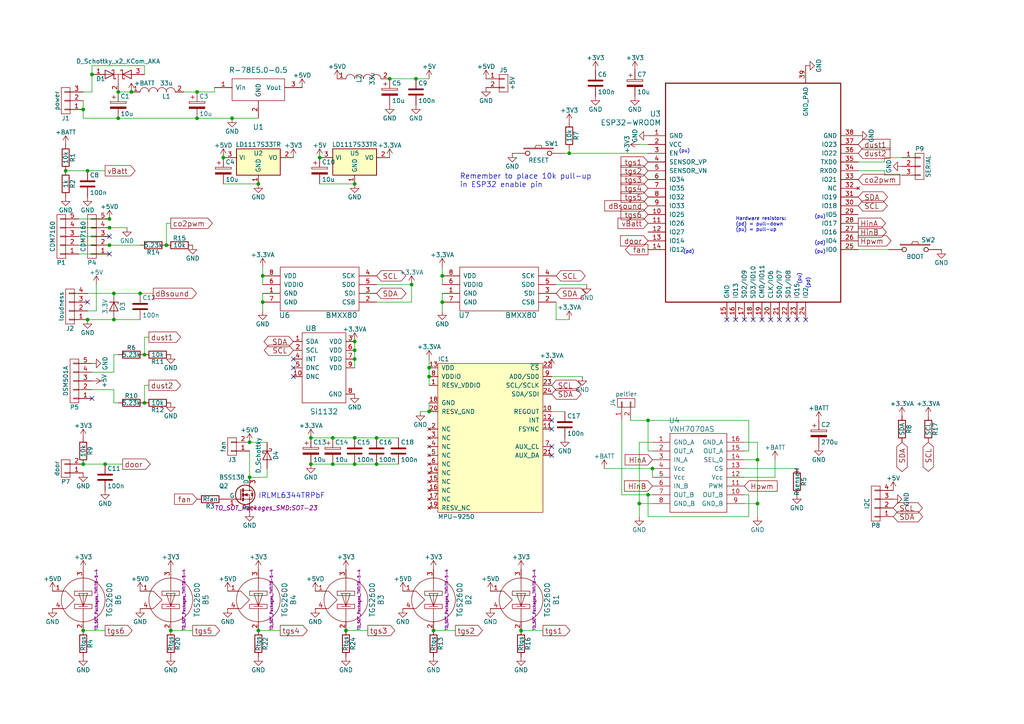
<source format=kicad_sch>
(kicad_sch (version 20230121) (generator eeschema)
  (paper "A4")
  (junction (at 165.1 44.45))
  (junction (at 219.71 133.35))
  (junction (at 124.46 119.38))
  (junction (at 72.39 128.27))
  (junction (at 76.2 80.01))
  (junction (at 185.42 146.05))
  (junction (at 92.71 45.72))
  (junction (at 119.38 82.55))
  (junction (at 49.53 182.88))
  (junction (at 26.67 21.59))
  (junction (at 41.91 102.87))
  (junction (at 48.26 71.12))
  (junction (at 90.17 134.62))
  (junction (at 34.29 26.67))
  (junction (at 25.4 92.71))
  (junction (at 33.02 85.09))
  (junction (at 19.05 49.53))
  (junction (at 189.23 135.89))
  (junction (at 31.75 63.5))
  (junction (at 120.65 22.86))
  (junction (at 38.1 26.67))
  (junction (at 125.73 182.88))
  (junction (at 100.33 182.88))
  (junction (at 128.27 80.01))
  (junction (at 40.64 85.09))
  (junction (at 33.02 92.71))
  (junction (at 74.93 53.34))
  (junction (at 57.15 34.29))
  (junction (at 64.77 45.72))
  (junction (at 24.13 134.62))
  (junction (at 25.4 49.53))
  (junction (at 90.17 127))
  (junction (at 102.87 99.06))
  (junction (at 102.87 53.34))
  (junction (at 102.87 134.62))
  (junction (at 34.29 34.29))
  (junction (at 30.48 134.62))
  (junction (at 151.13 182.88))
  (junction (at 72.39 138.43))
  (junction (at 124.46 109.22))
  (junction (at 24.13 182.88))
  (junction (at 31.75 71.12))
  (junction (at 102.87 104.14))
  (junction (at 124.46 106.68))
  (junction (at 102.87 127))
  (junction (at 96.52 127))
  (junction (at 219.71 146.05))
  (junction (at 187.96 121.92))
  (junction (at 31.75 66.04))
  (junction (at 74.93 182.88))
  (junction (at 57.15 26.67))
  (junction (at 102.87 101.6))
  (junction (at 109.22 134.62))
  (junction (at 109.22 127))
  (junction (at 187.96 143.51))
  (junction (at 24.13 31.75))
  (junction (at 67.31 34.29))
  (junction (at 128.27 87.63))
  (junction (at 41.91 116.84))
  (junction (at 113.03 22.86))
  (junction (at 96.52 134.62))
  (junction (at 76.2 87.63))
  (no_connect (at 160.02 124.46))
  (no_connect (at 226.06 92.71))
  (no_connect (at 31.75 68.58))
  (no_connect (at 228.6 92.71))
  (no_connect (at 215.9 92.71))
  (no_connect (at 85.09 104.14))
  (no_connect (at 218.44 92.71))
  (no_connect (at 210.82 92.71))
  (no_connect (at 233.68 92.71))
  (no_connect (at 160.02 129.54))
  (no_connect (at 213.36 92.71))
  (no_connect (at 85.09 106.68))
  (no_connect (at 160.02 121.92))
  (no_connect (at 220.98 92.71))
  (no_connect (at 85.09 109.22))
  (no_connect (at 223.52 92.71))
  (no_connect (at 231.14 92.71))
  (no_connect (at 31.75 73.66))
  (no_connect (at 26.67 115.57))
  (no_connect (at 160.02 132.08))
  (no_connect (at 25.4 87.63))
  (wire (pts (xy 33.02 113.03) (xy 26.67 113.03)))
  (wire (pts (xy 102.87 134.62) (xy 109.22 134.62)))
  (wire (pts (xy 256.54 49.53) (xy 248.92 49.53)))
  (wire (pts (xy 189.23 128.27) (xy 185.42 128.27)))
  (wire (pts (xy 22.86 71.12) (xy 31.75 71.12)))
  (wire (pts (xy 256.54 50.8) (xy 256.54 49.53)))
  (wire (pts (xy 109.22 134.62) (xy 115.57 134.62)))
  (wire (pts (xy 96.52 127) (xy 102.87 127)))
  (wire (pts (xy 170.18 82.55) (xy 161.29 82.55)))
  (wire (pts (xy 33.02 116.84) (xy 34.29 116.84)))
  (wire (pts (xy 26.67 26.67) (xy 24.13 26.67)))
  (wire (pts (xy 22.86 63.5) (xy 31.75 63.5)))
  (wire (pts (xy 189.23 130.81) (xy 187.96 130.81)))
  (wire (pts (xy 25.4 92.71) (xy 33.02 92.71)))
  (wire (pts (xy 76.2 87.63) (xy 76.2 90.17)))
  (wire (pts (xy 187.96 149.86) (xy 217.17 149.86)))
  (wire (pts (xy 26.67 19.05) (xy 41.91 19.05)))
  (wire (pts (xy 31.75 71.12) (xy 40.64 71.12)))
  (wire (pts (xy 76.2 85.09) (xy 76.2 87.63)))
  (wire (pts (xy 102.87 101.6) (xy 102.87 104.14)))
  (wire (pts (xy 30.48 134.62) (xy 35.56 134.62)))
  (wire (pts (xy 41.91 19.05) (xy 41.91 21.59)))
  (wire (pts (xy 215.9 138.43) (xy 224.79 138.43)))
  (wire (pts (xy 217.17 130.81) (xy 215.9 130.81)))
  (wire (pts (xy 113.03 22.86) (xy 120.65 22.86)))
  (wire (pts (xy 41.91 111.76) (xy 43.18 111.76)))
  (wire (pts (xy 26.67 19.05) (xy 26.67 21.59)))
  (wire (pts (xy 217.17 149.86) (xy 217.17 143.51)))
  (wire (pts (xy 53.34 26.67) (xy 57.15 26.67)))
  (wire (pts (xy 219.71 128.27) (xy 219.71 133.35)))
  (wire (pts (xy 41.91 116.84) (xy 41.91 111.76)))
  (wire (pts (xy 219.71 146.05) (xy 215.9 146.05)))
  (wire (pts (xy 22.86 68.58) (xy 31.75 68.58)))
  (wire (pts (xy 187.96 121.92) (xy 217.17 121.92)))
  (wire (pts (xy 165.1 43.18) (xy 165.1 44.45)))
  (wire (pts (xy 157.48 182.88) (xy 151.13 182.88)))
  (wire (pts (xy 22.86 66.04) (xy 31.75 66.04)))
  (wire (pts (xy 124.46 106.68) (xy 124.46 109.22)))
  (wire (pts (xy 180.34 143.51) (xy 187.96 143.51)))
  (wire (pts (xy 185.42 146.05) (xy 185.42 149.86)))
  (wire (pts (xy 62.23 26.67) (xy 62.23 25.4)))
  (wire (pts (xy 256.54 46.99) (xy 256.54 45.72)))
  (wire (pts (xy 175.26 135.89) (xy 189.23 135.89)))
  (wire (pts (xy 185.42 128.27) (xy 185.42 146.05)))
  (wire (pts (xy 187.96 143.51) (xy 189.23 143.51)))
  (wire (pts (xy 120.65 22.86) (xy 124.46 22.86)))
  (wire (pts (xy 22.86 73.66) (xy 31.75 73.66)))
  (wire (pts (xy 128.27 77.47) (xy 128.27 80.01)))
  (wire (pts (xy 187.96 143.51) (xy 187.96 149.86)))
  (wire (pts (xy 128.27 85.09) (xy 128.27 87.63)))
  (wire (pts (xy 33.02 107.95) (xy 33.02 102.87)))
  (wire (pts (xy 25.4 85.09) (xy 33.02 85.09)))
  (wire (pts (xy 48.26 71.12) (xy 48.26 64.77)))
  (wire (pts (xy 102.87 99.06) (xy 102.87 101.6)))
  (wire (pts (xy 34.29 26.67) (xy 38.1 26.67)))
  (wire (pts (xy 119.38 82.55) (xy 109.22 82.55)))
  (wire (pts (xy 33.02 92.71) (xy 40.64 92.71)))
  (wire (pts (xy 41.91 102.87) (xy 41.91 97.79)))
  (wire (pts (xy 217.17 121.92) (xy 217.17 130.81)))
  (wire (pts (xy 165.1 92.71) (xy 161.29 92.71)))
  (wire (pts (xy 102.87 104.14) (xy 102.87 106.68)))
  (wire (pts (xy 217.17 143.51) (xy 215.9 143.51)))
  (wire (pts (xy 40.64 85.09) (xy 44.45 85.09)))
  (wire (pts (xy 189.23 135.89) (xy 189.23 138.43)))
  (wire (pts (xy 41.91 97.79) (xy 43.18 97.79)))
  (wire (pts (xy 215.9 135.89) (xy 231.14 135.89)))
  (wire (pts (xy 19.05 49.53) (xy 25.4 49.53)))
  (wire (pts (xy 76.2 77.47) (xy 76.2 80.01)))
  (wire (pts (xy 165.1 44.45) (xy 187.96 44.45)))
  (wire (pts (xy 219.71 146.05) (xy 219.71 149.86)))
  (wire (pts (xy 90.17 134.62) (xy 96.52 134.62)))
  (wire (pts (xy 180.34 121.92) (xy 180.34 143.51)))
  (wire (pts (xy 72.39 128.27) (xy 77.47 128.27)))
  (wire (pts (xy 48.26 64.77) (xy 49.53 64.77)))
  (wire (pts (xy 109.22 87.63) (xy 119.38 87.63)))
  (wire (pts (xy 109.22 127) (xy 115.57 127)))
  (wire (pts (xy 187.96 130.81) (xy 187.96 121.92)))
  (wire (pts (xy 24.13 134.62) (xy 30.48 134.62)))
  (wire (pts (xy 256.54 45.72) (xy 261.62 45.72)))
  (wire (pts (xy 119.38 87.63) (xy 119.38 82.55)))
  (wire (pts (xy 163.83 44.45) (xy 165.1 44.45)))
  (wire (pts (xy 189.23 146.05) (xy 185.42 146.05)))
  (wire (pts (xy 64.77 53.34) (xy 74.93 53.34)))
  (wire (pts (xy 33.02 113.03) (xy 33.02 116.84)))
  (wire (pts (xy 77.47 138.43) (xy 77.47 135.89)))
  (wire (pts (xy 96.52 134.62) (xy 102.87 134.62)))
  (wire (pts (xy 128.27 80.01) (xy 128.27 82.55)))
  (wire (pts (xy 34.29 34.29) (xy 57.15 34.29)))
  (wire (pts (xy 215.9 128.27) (xy 219.71 128.27)))
  (wire (pts (xy 26.67 21.59) (xy 26.67 26.67)))
  (wire (pts (xy 261.62 50.8) (xy 256.54 50.8)))
  (wire (pts (xy 124.46 104.14) (xy 124.46 106.68)))
  (wire (pts (xy 102.87 127) (xy 109.22 127)))
  (wire (pts (xy 57.15 26.67) (xy 62.23 26.67)))
  (wire (pts (xy 57.15 34.29) (xy 67.31 34.29)))
  (wire (pts (xy 124.46 119.38) (xy 124.46 116.84)))
  (wire (pts (xy 31.75 66.04) (xy 36.83 66.04)))
  (wire (pts (xy 24.13 34.29) (xy 34.29 34.29)))
  (wire (pts (xy 224.79 138.43) (xy 224.79 133.35)))
  (wire (pts (xy 219.71 133.35) (xy 219.71 146.05)))
  (wire (pts (xy 72.39 138.43) (xy 77.47 138.43)))
  (wire (pts (xy 26.67 107.95) (xy 33.02 107.95)))
  (wire (pts (xy 163.83 119.38) (xy 160.02 119.38)))
  (wire (pts (xy 33.02 102.87) (xy 34.29 102.87)))
  (wire (pts (xy 55.88 182.88) (xy 49.53 182.88)))
  (wire (pts (xy 81.28 182.88) (xy 74.93 182.88)))
  (wire (pts (xy 76.2 80.01) (xy 76.2 82.55)))
  (wire (pts (xy 132.08 182.88) (xy 125.73 182.88)))
  (wire (pts (xy 25.4 49.53) (xy 30.48 49.53)))
  (wire (pts (xy 24.13 31.75) (xy 24.13 34.29)))
  (wire (pts (xy 185.42 41.91) (xy 187.96 41.91)))
  (wire (pts (xy 121.92 119.38) (xy 124.46 119.38)))
  (wire (pts (xy 92.71 53.34) (xy 102.87 53.34)))
  (wire (pts (xy 72.39 138.43) (xy 72.39 130.81)))
  (wire (pts (xy 248.92 72.39) (xy 257.81 72.39)))
  (wire (pts (xy 128.27 87.63) (xy 128.27 90.17)))
  (wire (pts (xy 25.4 90.17) (xy 27.94 90.17)))
  (wire (pts (xy 106.68 182.88) (xy 100.33 182.88)))
  (wire (pts (xy 168.91 109.22) (xy 160.02 109.22)))
  (wire (pts (xy 124.46 109.22) (xy 124.46 111.76)))
  (wire (pts (xy 182.88 121.92) (xy 187.96 121.92)))
  (wire (pts (xy 161.29 92.71) (xy 161.29 87.63)))
  (wire (pts (xy 33.02 85.09) (xy 40.64 85.09)))
  (wire (pts (xy 248.92 46.99) (xy 256.54 46.99)))
  (wire (pts (xy 30.48 182.88) (xy 24.13 182.88)))
  (wire (pts (xy 215.9 133.35) (xy 219.71 133.35)))
  (wire (pts (xy 90.17 127) (xy 96.52 127)))
  (wire (pts (xy 27.94 90.17) (xy 27.94 82.55)))
  (wire (pts (xy 67.31 34.29) (xy 74.93 34.29)))
  (wire (pts (xy 24.13 29.21) (xy 24.13 31.75)))
  (text "(pd)" (at 234.95 83.82 90) (effects (font (size 0.9906 0.9906)) (justify left bottom)))
  (text "Hardware resistors:\n(pd) = pull-down\n(pu) = pull-up" (at 213.36 67.31 0) (effects (font (size 0.9906 0.9906)) (justify left bottom)))
  (text "(pd)" (at 236.22 71.12 0) (effects (font (size 0.9906 0.9906)) (justify left bottom)))
  (text "(pu)" (at 236.22 63.5 0) (effects (font (size 0.9906 0.9906)) (justify left bottom)))
  (text "(pu)" (at 236.22 73.66 0) (effects (font (size 0.9906 0.9906)) (justify left bottom)))
  (text "(pu)" (at 196.85 44.45 0) (effects (font (size 0.9906 0.9906)) (justify left bottom)))
  (text "(pu)" (at 232.41 82.55 90) (effects (font (size 0.9906 0.9906)) (justify left bottom)))
  (text "IRLML6344TRPbF" (at 74.93 144.78 0) (effects (font (size 1.524 1.524)) (justify left bottom)))
  (text "(pd)" (at 198.12 73.66 0) (effects (font (size 0.9906 0.9906)) (justify left bottom)))
  (text "Remember to place 10k pull-up\nin ESP32 enable pin" (at 133.35 54.61 0) (effects (font (size 1.524 1.524)) (justify left bottom)))
  (global_label "HinA" (shape output) (at 248.92 64.77 0) (effects (font (size 1.524 1.524))) (property "Intersheetrefs" "${INTERSHEET_REFS}" (effects hide)))
  (global_label "tgs3" (shape output) (at 106.68 182.88 0) (effects (font (size 1.524 1.524))) (property "Intersheetrefs" "${INTERSHEET_REFS}" (effects hide)))
  (global_label "tgs1" (shape input) (at 187.96 46.99 180) (effects (font (size 1.524 1.524))) (property "Intersheetrefs" "${INTERSHEET_REFS}" (effects hide)))
  (global_label "HinB" (shape input) (at 189.23 140.97 180) (effects (font (size 1.524 1.524))) (property "Intersheetrefs" "${INTERSHEET_REFS}" (effects hide)))
  (global_label "vBatt" (shape input) (at 187.96 64.77 180) (effects (font (size 1.524 1.524))) (property "Intersheetrefs" "${INTERSHEET_REFS}" (effects hide)))
  (global_label "co2pwm" (shape input) (at 248.92 52.07 0) (effects (font (size 1.524 1.524))) (property "Intersheetrefs" "${INTERSHEET_REFS}" (effects hide)))
  (global_label "SDA" (shape bidirectional) (at 160.02 114.3 0) (effects (font (size 1.524 1.524))) (property "Intersheetrefs" "${INTERSHEET_REFS}" (effects hide)))
  (global_label "tgs2" (shape input) (at 187.96 49.53 180) (effects (font (size 1.524 1.524))) (property "Intersheetrefs" "${INTERSHEET_REFS}" (effects hide)))
  (global_label "HinB" (shape output) (at 248.92 67.31 0) (effects (font (size 1.524 1.524))) (property "Intersheetrefs" "${INTERSHEET_REFS}" (effects hide)))
  (global_label "SCL" (shape bidirectional) (at 269.24 128.27 270) (effects (font (size 1.524 1.524))) (property "Intersheetrefs" "${INTERSHEET_REFS}" (effects hide)))
  (global_label "SDA" (shape bidirectional) (at 161.29 85.09 0) (effects (font (size 1.524 1.524))) (property "Intersheetrefs" "${INTERSHEET_REFS}" (effects hide)))
  (global_label "dust2" (shape output) (at 43.18 111.76 0) (effects (font (size 1.524 1.524))) (property "Intersheetrefs" "${INTERSHEET_REFS}" (effects hide)))
  (global_label "door" (shape input) (at 187.96 69.85 180) (effects (font (size 1.524 1.524))) (property "Intersheetrefs" "${INTERSHEET_REFS}" (effects hide)))
  (global_label "SCL" (shape bidirectional) (at 109.22 80.01 0) (effects (font (size 1.524 1.524))) (property "Intersheetrefs" "${INTERSHEET_REFS}" (effects hide)))
  (global_label "SCL" (shape bidirectional) (at 248.92 59.69 0) (effects (font (size 1.524 1.524))) (property "Intersheetrefs" "${INTERSHEET_REFS}" (effects hide)))
  (global_label "dBsound" (shape output) (at 44.45 85.09 0) (effects (font (size 1.524 1.524))) (property "Intersheetrefs" "${INTERSHEET_REFS}" (effects hide)))
  (global_label "dust2" (shape input) (at 248.92 44.45 0) (effects (font (size 1.524 1.524))) (property "Intersheetrefs" "${INTERSHEET_REFS}" (effects hide)))
  (global_label "SDA" (shape bidirectional) (at 248.92 57.15 0) (effects (font (size 1.524 1.524))) (property "Intersheetrefs" "${INTERSHEET_REFS}" (effects hide)))
  (global_label "tgs6" (shape output) (at 30.48 182.88 0) (effects (font (size 1.524 1.524))) (property "Intersheetrefs" "${INTERSHEET_REFS}" (effects hide)))
  (global_label "tgs5" (shape input) (at 187.96 57.15 180) (effects (font (size 1.524 1.524))) (property "Intersheetrefs" "${INTERSHEET_REFS}" (effects hide)))
  (global_label "SDA" (shape bidirectional) (at 259.08 149.86 0) (effects (font (size 1.524 1.524))) (property "Intersheetrefs" "${INTERSHEET_REFS}" (effects hide)))
  (global_label "SDA" (shape bidirectional) (at 109.22 85.09 0) (effects (font (size 1.524 1.524))) (property "Intersheetrefs" "${INTERSHEET_REFS}" (effects hide)))
  (global_label "tgs5" (shape output) (at 55.88 182.88 0) (effects (font (size 1.524 1.524))) (property "Intersheetrefs" "${INTERSHEET_REFS}" (effects hide)))
  (global_label "tgs4" (shape input) (at 187.96 54.61 180) (effects (font (size 1.524 1.524))) (property "Intersheetrefs" "${INTERSHEET_REFS}" (effects hide)))
  (global_label "tgs2" (shape output) (at 132.08 182.88 0) (effects (font (size 1.524 1.524))) (property "Intersheetrefs" "${INTERSHEET_REFS}" (effects hide)))
  (global_label "tgs4" (shape output) (at 81.28 182.88 0) (effects (font (size 1.524 1.524))) (property "Intersheetrefs" "${INTERSHEET_REFS}" (effects hide)))
  (global_label "dBsound" (shape input) (at 187.96 59.69 180) (effects (font (size 1.524 1.524))) (property "Intersheetrefs" "${INTERSHEET_REFS}" (effects hide)))
  (global_label "dust1" (shape input) (at 248.92 41.91 0) (effects (font (size 1.524 1.524))) (property "Intersheetrefs" "${INTERSHEET_REFS}" (effects hide)))
  (global_label "dust1" (shape output) (at 43.18 97.79 0) (effects (font (size 1.524 1.524))) (property "Intersheetrefs" "${INTERSHEET_REFS}" (effects hide)))
  (global_label "door" (shape output) (at 35.56 134.62 0) (effects (font (size 1.524 1.524))) (property "Intersheetrefs" "${INTERSHEET_REFS}" (effects hide)))
  (global_label "tgs6" (shape input) (at 187.96 62.23 180) (effects (font (size 1.524 1.524))) (property "Intersheetrefs" "${INTERSHEET_REFS}" (effects hide)))
  (global_label "fan" (shape output) (at 187.96 72.39 180) (effects (font (size 1.524 1.524))) (property "Intersheetrefs" "${INTERSHEET_REFS}" (effects hide)))
  (global_label "SCL" (shape bidirectional) (at 85.09 101.6 180) (effects (font (size 1.524 1.524))) (property "Intersheetrefs" "${INTERSHEET_REFS}" (effects hide)))
  (global_label "co2pwm" (shape output) (at 49.53 64.77 0) (effects (font (size 1.524 1.524))) (property "Intersheetrefs" "${INTERSHEET_REFS}" (effects hide)))
  (global_label "vBatt" (shape output) (at 30.48 49.53 0) (effects (font (size 1.524 1.524))) (property "Intersheetrefs" "${INTERSHEET_REFS}" (effects hide)))
  (global_label "Hpwm" (shape output) (at 248.92 69.85 0) (effects (font (size 1.524 1.524))) (property "Intersheetrefs" "${INTERSHEET_REFS}" (effects hide)))
  (global_label "fan" (shape input) (at 57.15 144.78 180) (effects (font (size 1.524 1.524))) (property "Intersheetrefs" "${INTERSHEET_REFS}" (effects hide)))
  (global_label "HinA" (shape input) (at 189.23 133.35 180) (effects (font (size 1.524 1.524))) (property "Intersheetrefs" "${INTERSHEET_REFS}" (effects hide)))
  (global_label "SDA" (shape bidirectional) (at 261.62 128.27 270) (effects (font (size 1.524 1.524))) (property "Intersheetrefs" "${INTERSHEET_REFS}" (effects hide)))
  (global_label "SCL" (shape bidirectional) (at 161.29 80.01 0) (effects (font (size 1.524 1.524))) (property "Intersheetrefs" "${INTERSHEET_REFS}" (effects hide)))
  (global_label "SCL" (shape bidirectional) (at 259.08 147.32 0) (effects (font (size 1.524 1.524))) (property "Intersheetrefs" "${INTERSHEET_REFS}" (effects hide)))
  (global_label "SCL" (shape bidirectional) (at 160.02 111.76 0) (effects (font (size 1.524 1.524))) (property "Intersheetrefs" "${INTERSHEET_REFS}" (effects hide)))
  (global_label "tgs3" (shape input) (at 187.96 52.07 180) (effects (font (size 1.524 1.524))) (property "Intersheetrefs" "${INTERSHEET_REFS}" (effects hide)))
  (global_label "Hpwm" (shape input) (at 215.9 140.97 0) (effects (font (size 1.524 1.524))) (property "Intersheetrefs" "${INTERSHEET_REFS}" (effects hide)))
  (global_label "SDA" (shape bidirectional) (at 85.09 99.06 180) (effects (font (size 1.524 1.524))) (property "Intersheetrefs" "${INTERSHEET_REFS}" (effects hide)))
  (global_label "tgs1" (shape output) (at 157.48 182.88 0) (effects (font (size 1.524 1.524))) (property "Intersheetrefs" "${INTERSHEET_REFS}" (effects hide)))
  (symbol (lib_id "uamsense-rescue:LD1117S33TR") (at 74.93 46.99 0) (unit 1)
    (property "Reference" "U2" (at 74.93 44.45 0))
    (property "Value" "LD1117S33TR" (at 74.93 41.91 0))
    (property "Footprint" "TO_SOT_Packages_SMD:SOT-223" (effects hide))
  )
  (symbol (lib_id "uamsense-rescue:ESP32-WROOM") (at 187.96 39.37 0) (unit 1)
    (property "Reference" "U3" (at 191.77 33.02 0) (effects (font (size 1.524 1.524)) (justify right)))
    (property "Value" "ESP32-WROOM" (at 191.77 35.56 0) (effects (font (size 1.524 1.524)) (justify right)))
    (property "Footprint" "esp32:ESP32-WROOM" (effects hide))
  )
  (symbol (lib_id "uamsense-rescue:TGS2600") (at 24.13 173.99 270) (unit 1)
    (property "Reference" "B6" (at 34.29 173.99 0) (effects (font (size 1.524 1.524))))
    (property "Value" "TGS2600" (at 31.75 173.99 0) (effects (font (size 1.524 1.524))))
    (property "Footprint" "TO_SOT_Packages_THT:TO-5-4" (at 27.94 165.1 0) (effects (font (size 0.762 0.762)) (justify left)))
  )
  (symbol (lib_id "uamsense-rescue:CONN_01X04") (at 254 146.05 180) (unit 1)
    (property "Reference" "P8" (at 254 152.4 0))
    (property "Value" "I2C" (at 251.46 146.05 90))
    (property "Footprint" "Pin_Headers:Pin_Header_Straight_1x04_Pitch2.54mm" (effects hide))
  )
  (symbol (lib_id "uamsense-rescue:CONN_01X05") (at 26.67 68.58 180) (unit 1)
    (property "Reference" "P4" (at 26.67 76.2 0))
    (property "Value" "CDM7160" (at 24.13 68.58 90))
    (property "Footprint" "Socket_Strips:Socket_Strip_Straight_1x05_Pitch2.54mm" (effects hide))
  )
  (symbol (lib_id "uamsense-rescue:CONN_01X02") (at 19.05 135.89 180) (unit 1)
    (property "Reference" "P7" (at 19.05 139.7 0))
    (property "Value" "door" (at 16.51 135.89 90))
    (property "Footprint" "Connectors:bornier2" (effects hide))
  )
  (symbol (lib_id "uamsense-rescue:+5V") (at 27.94 82.55 0) (unit 1)
    (property "Reference" "#PWR01" (effects hide))
    (property "Value" "+5V" (at 27.94 78.994 0))
  )
  (symbol (lib_id "uamsense-rescue:GND") (at 25.4 92.71 0) (unit 1)
    (property "Reference" "#PWR02" (effects hide))
    (property "Value" "GND" (at 25.4 96.52 0))
  )
  (symbol (lib_id "uamsense-rescue:CONN_01X05") (at 21.59 110.49 180) (unit 1)
    (property "Reference" "P5" (at 21.59 118.11 0))
    (property "Value" "DSM501A" (at 19.05 110.49 90))
    (property "Footprint" "Connectors_JST:JST_PH_B5B-PH-K_05x2.00mm_Straight" (effects hide))
  )
  (symbol (lib_id "uamsense-rescue:CP") (at 34.29 30.48 0) (unit 1)
    (property "Reference" "C1" (at 34.925 27.94 0) (effects (justify left)))
    (property "Value" "10u" (at 34.925 33.02 0) (effects (justify left)))
    (property "Footprint" "Capacitors_SMD:C_1206" (effects hide))
  )
  (symbol (lib_id "uamsense-rescue:CP") (at 57.15 30.48 0) (unit 1)
    (property "Reference" "C3" (at 57.785 27.94 0) (effects (justify left)))
    (property "Value" "10u" (at 57.785 33.02 0) (effects (justify left)))
    (property "Footprint" "Capacitors_SMD:C_1206" (effects hide))
  )
  (symbol (lib_id "uamsense-rescue:INDUCTOR") (at 45.72 26.67 0) (unit 1)
    (property "Reference" "L1" (at 48.26 27.94 0))
    (property "Value" "33u" (at 48.26 24.13 0))
    (property "Footprint" "Inductors_NEOSID:Neosid_Inductor_SM-NE29_SMD1008" (effects hide))
  )
  (symbol (lib_id "uamsense-rescue:GND") (at 67.31 34.29 0) (unit 1)
    (property "Reference" "#PWR03" (effects hide))
    (property "Value" "GND" (at 67.31 38.1 0))
  )
  (symbol (lib_id "uamsense-rescue:CP") (at 64.77 49.53 0) (unit 1)
    (property "Reference" "C4" (at 65.405 46.99 0) (effects (justify left)))
    (property "Value" "10u" (at 65.405 52.07 0) (effects (justify left)))
    (property "Footprint" "Capacitors_SMD:C_1206" (effects hide))
  )
  (symbol (lib_id "uamsense-rescue:CP") (at 184.15 24.13 0) (unit 1)
    (property "Reference" "C7" (at 184.785 21.59 0) (effects (justify left)))
    (property "Value" "10u" (at 184.785 26.67 0) (effects (justify left)))
    (property "Footprint" "Capacitors_SMD:C_1206" (effects hide))
  )
  (symbol (lib_id "uamsense-rescue:+3.3V") (at 184.15 20.32 0) (unit 1)
    (property "Reference" "#PWR04" (effects hide))
    (property "Value" "+3.3V" (at 184.15 16.764 0))
  )
  (symbol (lib_id "uamsense-rescue:GND") (at 184.15 27.94 0) (unit 1)
    (property "Reference" "#PWR05" (effects hide))
    (property "Value" "GND" (at 184.15 31.75 0))
  )
  (symbol (lib_id "uamsense-rescue:GND") (at 187.96 39.37 270) (unit 1)
    (property "Reference" "#PWR06" (effects hide))
    (property "Value" "GND" (at 184.15 39.37 0))
  )
  (symbol (lib_id "uamsense-rescue:+3.3V") (at 185.42 41.91 90) (unit 1)
    (property "Reference" "#PWR07" (effects hide))
    (property "Value" "+3.3V" (at 181.864 41.91 0))
  )
  (symbol (lib_id "uamsense-rescue:GND") (at 74.93 53.34 0) (unit 1)
    (property "Reference" "#PWR08" (effects hide))
    (property "Value" "GND" (at 74.93 57.15 0))
  )
  (symbol (lib_id "uamsense-rescue:+3.3V") (at 85.09 45.72 0) (unit 1)
    (property "Reference" "#PWR09" (effects hide))
    (property "Value" "+3.3V" (at 85.09 42.164 0))
  )
  (symbol (lib_id "uamsense-rescue:R") (at 24.13 186.69 0) (unit 1)
    (property "Reference" "R4" (at 26.162 186.69 90))
    (property "Value" "Rtgs" (at 24.13 186.69 90))
    (property "Footprint" "Resistors_SMD:R_0805" (effects hide))
  )
  (symbol (lib_id "uamsense-rescue:GND") (at 24.13 190.5 0) (unit 1)
    (property "Reference" "#PWR010" (effects hide))
    (property "Value" "GND" (at 24.13 194.31 0))
  )
  (symbol (lib_id "uamsense-rescue:GND") (at 15.24 176.53 0) (unit 1)
    (property "Reference" "#PWR011" (effects hide))
    (property "Value" "GND" (at 15.24 180.34 0))
  )
  (symbol (lib_id "uamsense-rescue:BSS138-RESCUE-uamsense") (at 69.85 143.51 0) (unit 1)
    (property "Reference" "Q2" (at 63.5 140.97 0) (effects (justify left)))
    (property "Value" "BSS138" (at 63.5 138.43 0) (effects (justify left)))
    (property "Footprint" "TO_SOT_Packages_SMD:SOT-23" (at 62.23 147.32 0) (effects (font italic) (justify left)))
  )
  (symbol (lib_id "uamsense-rescue:GND") (at 26.67 105.41 90) (unit 1)
    (property "Reference" "#PWR012" (effects hide))
    (property "Value" "GND" (at 30.48 105.41 0))
  )
  (symbol (lib_id "uamsense-rescue:GND") (at 36.83 66.04 0) (unit 1)
    (property "Reference" "#PWR065" (effects hide))
    (property "Value" "GND" (at 36.83 69.85 0))
  )
  (symbol (lib_id "uamsense-rescue:R") (at 24.13 130.81 0) (unit 1)
    (property "Reference" "R9" (at 26.162 130.81 90))
    (property "Value" "10k" (at 24.13 130.81 90))
    (property "Footprint" "Resistors_SMD:R_0805" (effects hide))
  )
  (symbol (lib_id "uamsense-rescue:+3.3V") (at 24.13 127 0) (unit 1)
    (property "Reference" "#PWR013" (effects hide))
    (property "Value" "+3.3V" (at 24.13 123.444 0))
  )
  (symbol (lib_id "uamsense-rescue:GND") (at 24.13 137.16 0) (unit 1)
    (property "Reference" "#PWR014" (effects hide))
    (property "Value" "GND" (at 24.13 140.97 0))
  )
  (symbol (lib_id "uamsense-rescue:+3.3V") (at 24.13 165.1 0) (unit 1)
    (property "Reference" "#PWR015" (effects hide))
    (property "Value" "+3.3V" (at 24.13 161.544 0))
  )
  (symbol (lib_id "uamsense-rescue:R-78E5.0-0.5") (at 74.93 25.4 0) (unit 1)
    (property "Reference" "U1" (at 74.93 36.83 0) (effects (font (size 1.524 1.524))))
    (property "Value" "R-78E5.0-0.5" (at 74.93 20.32 0) (effects (font (size 1.524 1.524))))
    (property "Footprint" "mplewis:R-78E5.0-0.5" (effects hide))
  )
  (symbol (lib_id "uamsense-rescue:CONN_01X03") (at 266.7 48.26 0) (unit 1)
    (property "Reference" "P9" (at 266.7 43.18 0))
    (property "Value" "SERIAL" (at 269.24 48.26 90))
    (property "Footprint" "Pin_Headers:Pin_Header_Straight_1x03_Pitch2.54mm" (effects hide))
  )
  (symbol (lib_id "uamsense-rescue:GND") (at 261.62 48.26 270) (unit 1)
    (property "Reference" "#PWR016" (effects hide))
    (property "Value" "GND" (at 257.81 48.26 0))
  )
  (symbol (lib_id "uamsense-rescue:GND") (at 248.92 39.37 90) (unit 1)
    (property "Reference" "#PWR017" (effects hide))
    (property "Value" "GND" (at 252.73 39.37 0))
  )
  (symbol (lib_id "uamsense-rescue:GND") (at 259.08 144.78 90) (unit 1)
    (property "Reference" "#PWR018" (effects hide))
    (property "Value" "GND" (at 262.89 144.78 0))
  )
  (symbol (lib_id "uamsense-rescue:SW_PUSH") (at 265.43 72.39 0) (unit 1)
    (property "Reference" "SW2" (at 269.24 69.596 0))
    (property "Value" "BOOT" (at 265.43 74.422 0))
    (property "Footprint" "smd_button:smd_button" (effects hide))
  )
  (symbol (lib_id "uamsense-rescue:GND") (at 273.05 72.39 0) (unit 1)
    (property "Reference" "#PWR019" (effects hide))
    (property "Value" "GND" (at 273.05 76.2 0))
  )
  (symbol (lib_id "uamsense-rescue:GND") (at 233.68 19.05 90) (unit 1)
    (property "Reference" "#PWR020" (effects hide))
    (property "Value" "GND" (at 237.49 19.05 0))
  )
  (symbol (lib_id "uamsense-rescue:CP") (at 113.03 26.67 0) (unit 1)
    (property "Reference" "C5" (at 113.665 24.13 0) (effects (justify left)))
    (property "Value" "10u" (at 113.665 29.21 0) (effects (justify left)))
    (property "Footprint" "Capacitors_SMD:C_1206" (effects hide))
  )
  (symbol (lib_id "uamsense-rescue:GND") (at 113.03 30.48 0) (unit 1)
    (property "Reference" "#PWR021" (effects hide))
    (property "Value" "GND" (at 113.03 34.29 0))
  )
  (symbol (lib_id "uamsense-rescue:+BATT") (at 38.1 26.67 0) (unit 1)
    (property "Reference" "#PWR022" (effects hide))
    (property "Value" "+BATT" (at 41.91 24.13 0))
  )
  (symbol (lib_id "uamsense-rescue:+BATT") (at 19.05 41.91 0) (unit 1)
    (property "Reference" "#PWR023" (effects hide))
    (property "Value" "+BATT" (at 19.05 38.354 0))
  )
  (symbol (lib_id "uamsense-rescue:R") (at 19.05 45.72 0) (unit 1)
    (property "Reference" "R1" (at 21.082 45.72 90))
    (property "Value" "10k" (at 19.05 45.72 90))
    (property "Footprint" "Resistors_SMD:R_0805" (effects hide))
  )
  (symbol (lib_id "uamsense-rescue:R") (at 19.05 53.34 0) (unit 1)
    (property "Reference" "R2" (at 21.082 53.34 90))
    (property "Value" "1k" (at 19.05 53.34 90))
    (property "Footprint" "Resistors_SMD:R_0805" (effects hide))
  )
  (symbol (lib_id "uamsense-rescue:GND") (at 19.05 57.15 0) (unit 1)
    (property "Reference" "#PWR024" (effects hide))
    (property "Value" "GND" (at 19.05 60.96 0))
  )
  (symbol (lib_id "uamsense-rescue:C") (at 172.72 24.13 0) (unit 1)
    (property "Reference" "C6" (at 173.355 21.59 0) (effects (justify left)))
    (property "Value" "100n" (at 173.355 26.67 0) (effects (justify left)))
    (property "Footprint" "Capacitors_SMD:C_0805" (effects hide))
  )
  (symbol (lib_id "uamsense-rescue:GND") (at 172.72 27.94 0) (unit 1)
    (property "Reference" "#PWR025" (effects hide))
    (property "Value" "GND" (at 172.72 31.75 0))
  )
  (symbol (lib_id "uamsense-rescue:+3.3V") (at 172.72 20.32 0) (unit 1)
    (property "Reference" "#PWR026" (effects hide))
    (property "Value" "+3.3V" (at 172.72 16.764 0))
  )
  (symbol (lib_id "uamsense-rescue:TGS2600") (at 49.53 173.99 270) (unit 1)
    (property "Reference" "B5" (at 59.69 173.99 0) (effects (font (size 1.524 1.524))))
    (property "Value" "TGS2600" (at 57.15 173.99 0) (effects (font (size 1.524 1.524))))
    (property "Footprint" "TO_SOT_Packages_THT:TO-5-4" (at 53.34 165.1 0) (effects (font (size 0.762 0.762)) (justify left)))
  )
  (symbol (lib_id "uamsense-rescue:R") (at 49.53 186.69 0) (unit 1)
    (property "Reference" "R20" (at 51.562 186.69 90))
    (property "Value" "Rtgs" (at 49.53 186.69 90))
    (property "Footprint" "Resistors_SMD:R_0805" (effects hide))
  )
  (symbol (lib_id "uamsense-rescue:GND") (at 49.53 190.5 0) (unit 1)
    (property "Reference" "#PWR029" (effects hide))
    (property "Value" "GND" (at 49.53 194.31 0))
  )
  (symbol (lib_id "uamsense-rescue:GND") (at 40.64 176.53 0) (unit 1)
    (property "Reference" "#PWR030" (effects hide))
    (property "Value" "GND" (at 40.64 180.34 0))
  )
  (symbol (lib_id "uamsense-rescue:+3.3V") (at 49.53 165.1 0) (unit 1)
    (property "Reference" "#PWR031" (effects hide))
    (property "Value" "+3.3V" (at 49.53 161.544 0))
  )
  (symbol (lib_id "uamsense-rescue:SW_PUSH") (at 156.21 44.45 0) (unit 1)
    (property "Reference" "SW1" (at 160.02 41.656 0))
    (property "Value" "RESET" (at 156.21 46.482 0))
    (property "Footprint" "smd_button:smd_button" (effects hide))
  )
  (symbol (lib_id "uamsense-rescue:TGS2600") (at 74.93 173.99 270) (unit 1)
    (property "Reference" "B4" (at 85.09 173.99 0) (effects (font (size 1.524 1.524))))
    (property "Value" "TGS2600" (at 82.55 173.99 0) (effects (font (size 1.524 1.524))))
    (property "Footprint" "TO_SOT_Packages_THT:TO-5-4" (at 78.74 165.1 0) (effects (font (size 0.762 0.762)) (justify left)))
  )
  (symbol (lib_id "uamsense-rescue:R") (at 74.93 186.69 0) (unit 1)
    (property "Reference" "R22" (at 76.962 186.69 90))
    (property "Value" "Rtgs" (at 74.93 186.69 90))
    (property "Footprint" "Resistors_SMD:R_0805" (effects hide))
  )
  (symbol (lib_id "uamsense-rescue:GND") (at 74.93 190.5 0) (unit 1)
    (property "Reference" "#PWR032" (effects hide))
    (property "Value" "GND" (at 74.93 194.31 0))
  )
  (symbol (lib_id "uamsense-rescue:GND") (at 66.04 176.53 0) (unit 1)
    (property "Reference" "#PWR033" (effects hide))
    (property "Value" "GND" (at 66.04 180.34 0))
  )
  (symbol (lib_id "uamsense-rescue:+3.3V") (at 74.93 165.1 0) (unit 1)
    (property "Reference" "#PWR034" (effects hide))
    (property "Value" "+3.3V" (at 74.93 161.544 0))
  )
  (symbol (lib_id "uamsense-rescue:TGS2600") (at 100.33 173.99 270) (unit 1)
    (property "Reference" "B3" (at 110.49 173.99 0) (effects (font (size 1.524 1.524))))
    (property "Value" "TGS2600" (at 107.95 173.99 0) (effects (font (size 1.524 1.524))))
    (property "Footprint" "TO_SOT_Packages_THT:TO-5-4" (at 104.14 165.1 0) (effects (font (size 0.762 0.762)) (justify left)))
  )
  (symbol (lib_id "uamsense-rescue:R") (at 100.33 186.69 0) (unit 1)
    (property "Reference" "R24" (at 102.362 186.69 90))
    (property "Value" "Rtgs" (at 100.33 186.69 90))
    (property "Footprint" "Resistors_SMD:R_0805" (effects hide))
  )
  (symbol (lib_id "uamsense-rescue:GND") (at 100.33 190.5 0) (unit 1)
    (property "Reference" "#PWR035" (effects hide))
    (property "Value" "GND" (at 100.33 194.31 0))
  )
  (symbol (lib_id "uamsense-rescue:GND") (at 91.44 176.53 0) (unit 1)
    (property "Reference" "#PWR036" (effects hide))
    (property "Value" "GND" (at 91.44 180.34 0))
  )
  (symbol (lib_id "uamsense-rescue:+3.3V") (at 100.33 165.1 0) (unit 1)
    (property "Reference" "#PWR037" (effects hide))
    (property "Value" "+3.3V" (at 100.33 161.544 0))
  )
  (symbol (lib_id "uamsense-rescue:GND") (at 148.59 44.45 0) (unit 1)
    (property "Reference" "#PWR027" (effects hide))
    (property "Value" "GND" (at 148.59 48.26 0))
  )
  (symbol (lib_id "uamsense-rescue:R") (at 44.45 71.12 270) (unit 1)
    (property "Reference" "R14" (at 44.45 73.152 90))
    (property "Value" "5.23k" (at 44.45 71.12 90))
    (property "Footprint" "Resistors_SMD:R_0805" (effects hide))
  )
  (symbol (lib_id "uamsense-rescue:R") (at 52.07 71.12 90) (unit 1)
    (property "Reference" "R15" (at 52.07 69.088 90))
    (property "Value" "10k" (at 52.07 71.12 90))
    (property "Footprint" "Resistors_SMD:R_0805" (effects hide))
  )
  (symbol (lib_id "uamsense-rescue:GND") (at 55.88 71.12 0) (unit 1)
    (property "Reference" "#PWR028" (effects hide))
    (property "Value" "GND" (at 55.88 74.93 0))
  )
  (symbol (lib_id "uamsense-rescue:CONN_01X03") (at 19.05 29.21 180) (unit 1)
    (property "Reference" "J1" (at 19.05 34.29 0))
    (property "Value" "power" (at 16.51 29.21 90))
    (property "Footprint" "Connectors:bornier3" (effects hide))
  )
  (symbol (lib_id "uamsense-rescue:R") (at 60.96 144.78 270) (unit 1)
    (property "Reference" "R3" (at 60.96 146.812 90))
    (property "Value" "Rfan" (at 60.96 144.78 90))
    (property "Footprint" "Resistors_SMD:R_0805" (effects hide))
  )
  (symbol (lib_id "uamsense-rescue:CONN_01X02") (at 67.31 129.54 180) (unit 1)
    (property "Reference" "J3" (at 67.31 133.35 0))
    (property "Value" "fan" (at 64.77 129.54 90))
    (property "Footprint" "Connectors:bornier2" (effects hide))
  )
  (symbol (lib_id "uamsense-rescue:GND") (at 72.39 148.59 0) (unit 1)
    (property "Reference" "#PWR038" (effects hide))
    (property "Value" "GND" (at 72.39 152.4 0))
  )
  (symbol (lib_id "uamsense-rescue:+5VD") (at 15.24 171.45 0) (unit 1)
    (property "Reference" "#PWR057" (effects hide))
    (property "Value" "+5VD" (at 15.24 167.894 0))
  )
  (symbol (lib_id "uamsense-rescue:D_Schottky") (at 77.47 132.08 270) (unit 1)
    (property "Reference" "D4" (at 80.01 132.08 0))
    (property "Value" "D_Schottky" (at 74.93 132.08 0))
    (property "Footprint" "Diodes_SMD:D_SMA" (effects hide))
  )
  (symbol (lib_id "uamsense-rescue:+5VD") (at 40.64 171.45 0) (unit 1)
    (property "Reference" "#PWR058" (effects hide))
    (property "Value" "+5VD" (at 40.64 167.894 0))
  )
  (symbol (lib_id "uamsense-rescue:+5VD") (at 66.04 171.45 0) (unit 1)
    (property "Reference" "#PWR059" (effects hide))
    (property "Value" "+5VD" (at 66.04 167.894 0))
  )
  (symbol (lib_id "uamsense-rescue:+5VD") (at 91.44 171.45 0) (unit 1)
    (property "Reference" "#PWR060" (effects hide))
    (property "Value" "+5VD" (at 91.44 167.894 0))
  )
  (symbol (lib_id "uamsense-rescue:+5VD") (at 116.84 171.45 0) (unit 1)
    (property "Reference" "#PWR061" (effects hide))
    (property "Value" "+5VD" (at 116.84 167.894 0))
  )
  (symbol (lib_id "uamsense-rescue:+5VD") (at 142.24 171.45 0) (unit 1)
    (property "Reference" "#PWR062" (effects hide))
    (property "Value" "+5VD" (at 142.24 167.894 0))
  )
  (symbol (lib_id "uamsense-rescue:CONN_01X04") (at 20.32 88.9 180) (unit 1)
    (property "Reference" "J2" (at 20.32 95.25 0))
    (property "Value" "loudness" (at 17.78 88.9 90))
    (property "Footprint" "Connectors_JST:JST_PH_B4B-PH-K_04x2.00mm_Straight" (effects hide))
  )
  (symbol (lib_id "uamsense-rescue:D_Zener") (at 33.02 88.9 270) (unit 1)
    (property "Reference" "D3" (at 35.56 88.9 0))
    (property "Value" "3.3V" (at 30.48 88.9 0))
    (property "Footprint" "Diodes_SMD:D_1206" (effects hide))
  )
  (symbol (lib_id "uamsense-rescue:VNH7070AS") (at 203.2 137.16 0) (unit 1)
    (property "Reference" "U4" (at 195.58 121.92 0) (effects (font (size 1.524 1.524))))
    (property "Value" "VNH7070AS" (at 200.66 124.46 0) (effects (font (size 1.524 1.524))))
    (property "Footprint" "SMD_Packages:SO-16-N" (effects hide))
  )
  (symbol (lib_id "uamsense-rescue:R") (at 38.1 102.87 90) (unit 1)
    (property "Reference" "R6" (at 38.1 100.838 90))
    (property "Value" "5.23k" (at 38.1 102.87 90))
    (property "Footprint" "Resistors_SMD:R_0805" (effects hide))
  )
  (symbol (lib_id "uamsense-rescue:R") (at 45.72 102.87 270) (unit 1)
    (property "Reference" "R11" (at 45.72 104.902 90))
    (property "Value" "10k" (at 45.72 102.87 90))
    (property "Footprint" "Resistors_SMD:R_0805" (effects hide))
  )
  (symbol (lib_id "uamsense-rescue:GND") (at 49.53 102.87 0) (unit 1)
    (property "Reference" "#PWR063" (effects hide))
    (property "Value" "GND" (at 49.53 106.68 0))
  )
  (symbol (lib_id "uamsense-rescue:GND") (at 219.71 149.86 0) (unit 1)
    (property "Reference" "#PWR039" (effects hide))
    (property "Value" "GND" (at 219.71 153.67 0))
  )
  (symbol (lib_id "uamsense-rescue:R") (at 38.1 116.84 90) (unit 1)
    (property "Reference" "R10" (at 38.1 114.808 90))
    (property "Value" "5.23k" (at 38.1 116.84 90))
    (property "Footprint" "Resistors_SMD:R_0805" (effects hide))
  )
  (symbol (lib_id "uamsense-rescue:R") (at 45.72 116.84 270) (unit 1)
    (property "Reference" "R12" (at 45.72 118.872 90))
    (property "Value" "10k" (at 45.72 116.84 90))
    (property "Footprint" "Resistors_SMD:R_0805" (effects hide))
  )
  (symbol (lib_id "uamsense-rescue:GND") (at 49.53 116.84 0) (unit 1)
    (property "Reference" "#PWR064" (effects hide))
    (property "Value" "GND" (at 49.53 120.65 0))
  )
  (symbol (lib_id "uamsense-rescue:GND") (at 185.42 149.86 0) (unit 1)
    (property "Reference" "#PWR040" (effects hide))
    (property "Value" "GND" (at 185.42 153.67 0))
  )
  (symbol (lib_id "uamsense-rescue:CP") (at 237.49 125.73 0) (unit 1)
    (property "Reference" "C2" (at 238.125 123.19 0) (effects (justify left)))
    (property "Value" "270u" (at 238.125 128.27 0) (effects (justify left)))
    (property "Footprint" "Capacitors_THT:CP_Radial_D8.0mm_P2.50mm" (effects hide))
  )
  (symbol (lib_id "uamsense-rescue:+BATT") (at 237.49 121.92 0) (unit 1)
    (property "Reference" "#PWR041" (effects hide))
    (property "Value" "+BATT" (at 237.49 118.364 0))
  )
  (symbol (lib_id "uamsense-rescue:GND") (at 237.49 129.54 0) (unit 1)
    (property "Reference" "#PWR042" (effects hide))
    (property "Value" "GND" (at 237.49 133.35 0))
  )
  (symbol (lib_id "uamsense-rescue:+BATT") (at 175.26 135.89 0) (unit 1)
    (property "Reference" "#PWR043" (effects hide))
    (property "Value" "+BATT" (at 175.26 132.334 0))
  )
  (symbol (lib_id "uamsense-rescue:+BATT") (at 224.79 133.35 0) (unit 1)
    (property "Reference" "#PWR044" (effects hide))
    (property "Value" "+BATT" (at 224.79 129.794 0))
  )
  (symbol (lib_id "uamsense-rescue:R") (at 231.14 139.7 0) (unit 1)
    (property "Reference" "R5" (at 233.172 139.7 90))
    (property "Value" "RsenseH" (at 231.14 139.7 90))
    (property "Footprint" "Resistors_SMD:R_0805" (effects hide))
  )
  (symbol (lib_id "uamsense-rescue:GND") (at 231.14 143.51 0) (unit 1)
    (property "Reference" "#PWR045" (effects hide))
    (property "Value" "GND" (at 231.14 147.32 0))
  )
  (symbol (lib_id "uamsense-rescue:CONN_01X02") (at 181.61 116.84 90) (unit 1)
    (property "Reference" "J4" (at 177.8 116.84 0))
    (property "Value" "peltier" (at 181.61 114.3 90))
    (property "Footprint" "Connectors:bornier2" (effects hide))
  )
  (symbol (lib_id "uamsense-rescue:+5V") (at 124.46 22.86 0) (unit 1)
    (property "Reference" "#PWR046" (effects hide))
    (property "Value" "+5V" (at 124.46 19.304 0))
  )
  (symbol (lib_id "uamsense-rescue:INDUCTOR") (at 105.41 22.86 0) (unit 1)
    (property "Reference" "L2" (at 104.14 22.86 90))
    (property "Value" "33u" (at 107.95 22.86 90))
    (property "Footprint" "Inductors_NEOSID:Neosid_Inductor_SM-NE29_SMD1008" (effects hide))
  )
  (symbol (lib_id "uamsense-rescue:+5VD") (at 87.63 25.4 0) (unit 1)
    (property "Reference" "#PWR047" (effects hide))
    (property "Value" "+5VD" (at 87.63 21.844 0))
  )
  (symbol (lib_id "uamsense-rescue:+5VD") (at 97.79 22.86 0) (unit 1)
    (property "Reference" "#PWR048" (effects hide))
    (property "Value" "+5VD" (at 97.79 19.304 0))
  )
  (symbol (lib_id "uamsense-rescue:+5VD") (at 64.77 45.72 0) (unit 1)
    (property "Reference" "#PWR049" (effects hide))
    (property "Value" "+5VD" (at 64.77 42.164 0))
  )
  (symbol (lib_id "uamsense-rescue:+5VD") (at 72.39 128.27 0) (unit 1)
    (property "Reference" "#PWR050" (effects hide))
    (property "Value" "+5VD" (at 72.39 124.714 0))
  )
  (symbol (lib_id "uamsense-rescue:TGS2600") (at 125.73 173.99 270) (unit 1)
    (property "Reference" "B2" (at 135.89 173.99 0) (effects (font (size 1.524 1.524))))
    (property "Value" "TGS2600" (at 133.35 173.99 0) (effects (font (size 1.524 1.524))))
    (property "Footprint" "TO_SOT_Packages_THT:TO-5-4" (at 129.54 165.1 0) (effects (font (size 0.762 0.762)) (justify left)))
  )
  (symbol (lib_id "uamsense-rescue:R") (at 125.73 186.69 0) (unit 1)
    (property "Reference" "R13" (at 127.762 186.69 90))
    (property "Value" "Rtgs" (at 125.73 186.69 90))
    (property "Footprint" "Resistors_SMD:R_0805" (effects hide))
  )
  (symbol (lib_id "uamsense-rescue:GND") (at 125.73 190.5 0) (unit 1)
    (property "Reference" "#PWR051" (effects hide))
    (property "Value" "GND" (at 125.73 194.31 0))
  )
  (symbol (lib_id "uamsense-rescue:GND") (at 116.84 176.53 0) (unit 1)
    (property "Reference" "#PWR052" (effects hide))
    (property "Value" "GND" (at 116.84 180.34 0))
  )
  (symbol (lib_id "uamsense-rescue:+3.3V") (at 125.73 165.1 0) (unit 1)
    (property "Reference" "#PWR053" (effects hide))
    (property "Value" "+3.3V" (at 125.73 161.544 0))
  )
  (symbol (lib_id "uamsense-rescue:TGS2600") (at 151.13 173.99 270) (unit 1)
    (property "Reference" "B1" (at 161.29 173.99 0) (effects (font (size 1.524 1.524))))
    (property "Value" "TGS2600" (at 158.75 173.99 0) (effects (font (size 1.524 1.524))))
    (property "Footprint" "TO_SOT_Packages_THT:TO-5-4" (at 154.94 165.1 0) (effects (font (size 0.762 0.762)) (justify left)))
  )
  (symbol (lib_id "uamsense-rescue:R") (at 151.13 186.69 0) (unit 1)
    (property "Reference" "R16" (at 153.162 186.69 90))
    (property "Value" "Rtgs" (at 151.13 186.69 90))
    (property "Footprint" "Resistors_SMD:R_0805" (effects hide))
  )
  (symbol (lib_id "uamsense-rescue:GND") (at 151.13 190.5 0) (unit 1)
    (property "Reference" "#PWR054" (effects hide))
    (property "Value" "GND" (at 151.13 194.31 0))
  )
  (symbol (lib_id "uamsense-rescue:GND") (at 142.24 176.53 0) (unit 1)
    (property "Reference" "#PWR055" (effects hide))
    (property "Value" "GND" (at 142.24 180.34 0))
  )
  (symbol (lib_id "uamsense-rescue:+3.3V") (at 151.13 165.1 0) (unit 1)
    (property "Reference" "#PWR056" (effects hide))
    (property "Value" "+3.3V" (at 151.13 161.544 0))
  )
  (symbol (lib_id "uamsense-rescue:+3.3V") (at 165.1 35.56 0) (unit 1)
    (property "Reference" "#PWR073" (effects hide))
    (property "Value" "+3.3V" (at 165.1 32.004 0))
  )
  (symbol (lib_id "uamsense-rescue:R") (at 165.1 39.37 0) (unit 1)
    (property "Reference" "R7" (at 167.132 39.37 90))
    (property "Value" "10k" (at 165.1 39.37 90))
    (property "Footprint" "Resistors_SMD:R_0805" (effects hide))
  )
  (symbol (lib_id "uamsense-rescue:D_Schottky_x2_KCom_AKA") (at 34.29 21.59 0) (unit 1)
    (property "Reference" "D1" (at 29.21 22.86 0))
    (property "Value" "D_Schottky_x2_KCom_AKA" (at 34.29 17.78 0))
    (property "Footprint" "TO_SOT_Packages_SMD:TO-252-2" (effects hide))
  )
  (symbol (lib_id "uamsense-rescue:+3.3VA") (at 119.38 82.55 0) (unit 1)
    (property "Reference" "#PWR076" (effects hide))
    (property "Value" "+3.3VA" (at 119.38 78.994 0))
  )
  (symbol (lib_id "uamsense-rescue:GND") (at 76.2 90.17 0) (unit 1)
    (property "Reference" "#PWR077" (effects hide))
    (property "Value" "GND" (at 76.2 93.98 0))
  )
  (symbol (lib_id "uamsense-rescue:+3.3VA") (at 128.27 77.47 0) (unit 1)
    (property "Reference" "#PWR078" (effects hide))
    (property "Value" "+3.3VA" (at 128.27 73.914 0))
  )
  (symbol (lib_id "uamsense-rescue:BMXX80") (at 144.78 83.82 0) (unit 1)
    (property "Reference" "U7" (at 134.62 91.44 0) (effects (font (size 1.524 1.524))))
    (property "Value" "BMXX80" (at 151.13 91.44 0) (effects (font (size 1.524 1.524))))
    (property "Footprint" "bosch:BME280" (effects hide))
  )
  (symbol (lib_id "uamsense-rescue:+3.3VA") (at 165.1 92.71 0) (unit 1)
    (property "Reference" "#PWR079" (effects hide))
    (property "Value" "+3.3VA" (at 165.1 89.154 0))
  )
  (symbol (lib_id "uamsense-rescue:GND") (at 128.27 90.17 0) (unit 1)
    (property "Reference" "#PWR080" (effects hide))
    (property "Value" "GND" (at 128.27 93.98 0))
  )
  (symbol (lib_id "uamsense-rescue:R") (at 261.62 124.46 0) (unit 1)
    (property "Reference" "R8" (at 263.652 124.46 90))
    (property "Value" "SDA" (at 261.62 124.46 90))
    (property "Footprint" "Resistors_SMD:R_0805" (effects hide))
  )
  (symbol (lib_id "uamsense-rescue:GND") (at 170.18 82.55 0) (unit 1)
    (property "Reference" "#PWR081" (effects hide))
    (property "Value" "GND" (at 170.18 86.36 0))
  )
  (symbol (lib_id "uamsense-rescue:R") (at 269.24 124.46 0) (unit 1)
    (property "Reference" "R17" (at 271.272 124.46 90))
    (property "Value" "SCL" (at 269.24 124.46 90))
    (property "Footprint" "Resistors_SMD:R_0805" (effects hide))
  )
  (symbol (lib_id "uamsense-rescue:+3.3VA") (at 261.62 120.65 0) (unit 1)
    (property "Reference" "#PWR074" (effects hide))
    (property "Value" "+3.3VA" (at 261.62 117.094 0))
  )
  (symbol (lib_id "uamsense-rescue:+3.3VA") (at 269.24 120.65 0) (unit 1)
    (property "Reference" "#PWR075" (effects hide))
    (property "Value" "+3.3VA" (at 269.24 117.094 0))
  )
  (symbol (lib_id "uamsense-rescue:BMXX80") (at 92.71 83.82 0) (unit 1)
    (property "Reference" "U6" (at 82.55 91.44 0) (effects (font (size 1.524 1.524))))
    (property "Value" "BMXX80" (at 99.06 91.44 0) (effects (font (size 1.524 1.524))))
    (property "Footprint" "bosch:BME280" (effects hide))
  )
  (symbol (lib_id "uamsense-rescue:C") (at 25.4 53.34 0) (unit 1)
    (property "Reference" "C8" (at 26.035 50.8 0) (effects (justify left)))
    (property "Value" "100n" (at 26.035 55.88 0) (effects (justify left)))
    (property "Footprint" "Capacitors_SMD:C_0805" (effects hide))
  )
  (symbol (lib_id "uamsense-rescue:GND") (at 25.4 57.15 0) (unit 1)
    (property "Reference" "#PWR066" (effects hide))
    (property "Value" "GND" (at 25.4 60.96 0))
  )
  (symbol (lib_id "uamsense-rescue:Si1132") (at 93.98 106.68 0) (unit 1)
    (property "Reference" "U8" (at 90.17 95.25 0) (effects (font (size 1.524 1.524))))
    (property "Value" "Si1132" (at 93.98 119.38 0) (effects (font (size 1.524 1.524))))
    (property "Footprint" "si1132:QFN-10" (effects hide))
  )
  (symbol (lib_id "uamsense-rescue:GND") (at 102.87 114.3 0) (unit 1)
    (property "Reference" "#PWR082" (effects hide))
    (property "Value" "GND" (at 102.87 118.11 0))
  )
  (symbol (lib_id "uamsense-rescue:+3.3VA") (at 102.87 99.06 0) (unit 1)
    (property "Reference" "#PWR083" (effects hide))
    (property "Value" "+3.3VA" (at 102.87 95.504 0))
  )
  (symbol (lib_id "uamsense-rescue:C") (at 120.65 26.67 0) (unit 1)
    (property "Reference" "C9" (at 121.285 24.13 0) (effects (justify left)))
    (property "Value" "100n" (at 121.285 29.21 0) (effects (justify left)))
    (property "Footprint" "Capacitors_SMD:C_0805" (effects hide))
  )
  (symbol (lib_id "uamsense-rescue:GND") (at 120.65 30.48 0) (unit 1)
    (property "Reference" "#PWR067" (effects hide))
    (property "Value" "GND" (at 120.65 34.29 0))
  )
  (symbol (lib_id "uamsense-rescue:C") (at 30.48 138.43 0) (unit 1)
    (property "Reference" "C11" (at 31.115 135.89 0) (effects (justify left)))
    (property "Value" "100n" (at 31.115 140.97 0) (effects (justify left)))
    (property "Footprint" "Capacitors_SMD:C_0805" (effects hide))
  )
  (symbol (lib_id "uamsense-rescue:GND") (at 30.48 142.24 0) (unit 1)
    (property "Reference" "#PWR068" (effects hide))
    (property "Value" "GND" (at 30.48 146.05 0))
  )
  (symbol (lib_id "uamsense-rescue:LD1117S33TR") (at 102.87 46.99 0) (unit 1)
    (property "Reference" "U5" (at 102.87 44.45 0))
    (property "Value" "LD1117S33TR" (at 102.87 41.91 0))
    (property "Footprint" "TO_SOT_Packages_SMD:SOT-223" (effects hide))
  )
  (symbol (lib_id "uamsense-rescue:CP") (at 92.71 49.53 0) (unit 1)
    (property "Reference" "C10" (at 93.345 46.99 0) (effects (justify left)))
    (property "Value" "10u" (at 93.345 52.07 0) (effects (justify left)))
    (property "Footprint" "Capacitors_SMD:C_1206" (effects hide))
  )
  (symbol (lib_id "uamsense-rescue:GND") (at 102.87 53.34 0) (unit 1)
    (property "Reference" "#PWR069" (effects hide))
    (property "Value" "GND" (at 102.87 57.15 0))
  )
  (symbol (lib_id "uamsense-rescue:+3.3VA") (at 113.03 45.72 0) (unit 1)
    (property "Reference" "#PWR070" (effects hide))
    (property "Value" "+3.3VA" (at 113.03 42.164 0))
  )
  (symbol (lib_id "uamsense-rescue:+3.3VA") (at 76.2 77.47 0) (unit 1)
    (property "Reference" "#PWR071" (effects hide))
    (property "Value" "+3.3VA" (at 76.2 73.914 0))
  )
  (symbol (lib_id "uamsense-rescue:+5V") (at 92.71 45.72 0) (unit 1)
    (property "Reference" "#PWR072" (effects hide))
    (property "Value" "+5V" (at 92.71 42.164 0))
  )
  (symbol (lib_id "uamsense-rescue:C") (at 40.64 88.9 0) (unit 1)
    (property "Reference" "C12" (at 41.275 86.36 0) (effects (justify left)))
    (property "Value" "100n" (at 41.275 91.44 0) (effects (justify left)))
    (property "Footprint" "Capacitors_SMD:C_0805" (effects hide))
  )
  (symbol (lib_id "uamsense-rescue:C") (at 115.57 130.81 0) (unit 1)
    (property "Reference" "C18" (at 116.205 128.27 0) (effects (justify left)))
    (property "Value" "100n" (at 116.205 133.35 0) (effects (justify left)))
    (property "Footprint" "Capacitors_SMD:C_0805" (effects hide))
  )
  (symbol (lib_id "uamsense-rescue:MPU-9250") (at 142.24 127 0) (unit 1)
    (property "Reference" "IC1" (at 127 104.14 0) (effects (justify left)))
    (property "Value" "MPU-9250" (at 127 149.86 0) (effects (justify left)))
    (property "Footprint" "mpu9250:QFN-24-MPU9250" (effects hide))
    (property "Datasheet" "http://43zrtwysvxb2gf29r5o0athu.wpengine.netdna-cdn.com/wp-content/uploads/2015/02/MPU-9250-Datasheet.pdf" (effects hide))
    (property "RS" "883-7942" (effects hide))
    (property "DigiKey" "1428-1019-1-ND" (effects hide))
  )
  (symbol (lib_id "uamsense-rescue:+3.3VA") (at 124.46 104.14 0) (unit 1)
    (property "Reference" "#PWR084" (effects hide))
    (property "Value" "+3.3VA" (at 124.46 100.584 0))
  )
  (symbol (lib_id "uamsense-rescue:GND") (at 121.92 119.38 0) (unit 1)
    (property "Reference" "#PWR085" (effects hide))
    (property "Value" "GND" (at 121.92 123.19 0))
  )
  (symbol (lib_id "uamsense-rescue:+3.3VA") (at 160.02 106.68 0) (unit 1)
    (property "Reference" "#PWR086" (effects hide))
    (property "Value" "+3.3VA" (at 160.02 103.124 0))
  )
  (symbol (lib_id "uamsense-rescue:+5V") (at 259.08 142.24 0) (unit 1)
    (property "Reference" "#PWR092" (effects hide))
    (property "Value" "+5V" (at 259.08 138.684 0))
  )
  (symbol (lib_id "uamsense-rescue:GND") (at 168.91 109.22 0) (unit 1)
    (property "Reference" "#PWR087" (effects hide))
    (property "Value" "GND" (at 168.91 113.03 0))
  )
  (symbol (lib_id "uamsense-rescue:CP") (at 96.52 130.81 0) (unit 1)
    (property "Reference" "C14" (at 97.155 128.27 0) (effects (justify left)))
    (property "Value" "10u" (at 97.155 133.35 0) (effects (justify left)))
    (property "Footprint" "Capacitors_SMD:C_1206" (effects hide))
  )
  (symbol (lib_id "uamsense-rescue:C") (at 102.87 130.81 0) (unit 1)
    (property "Reference" "C15" (at 103.505 128.27 0) (effects (justify left)))
    (property "Value" "100n" (at 103.505 133.35 0) (effects (justify left)))
    (property "Footprint" "Capacitors_SMD:C_0805" (effects hide))
  )
  (symbol (lib_id "uamsense-rescue:+3.3VA") (at 90.17 127 0) (unit 1)
    (property "Reference" "#PWR088" (effects hide))
    (property "Value" "+3.3VA" (at 90.17 123.444 0))
  )
  (symbol (lib_id "uamsense-rescue:C") (at 163.83 123.19 0) (unit 1)
    (property "Reference" "C17" (at 164.465 120.65 0) (effects (justify left)))
    (property "Value" "100n" (at 164.465 125.73 0) (effects (justify left)))
    (property "Footprint" "Capacitors_SMD:C_0805" (effects hide))
  )
  (symbol (lib_id "uamsense-rescue:GND") (at 163.83 127 0) (unit 1)
    (property "Reference" "#PWR089" (effects hide))
    (property "Value" "GND" (at 163.83 130.81 0))
  )
  (symbol (lib_id "uamsense-rescue:C") (at 109.22 130.81 0) (unit 1)
    (property "Reference" "C16" (at 109.855 128.27 0) (effects (justify left)))
    (property "Value" "100n" (at 109.855 133.35 0) (effects (justify left)))
    (property "Footprint" "Capacitors_SMD:C_0805" (effects hide))
  )
  (symbol (lib_id "uamsense-rescue:CP") (at 90.17 130.81 0) (unit 1)
    (property "Reference" "C13" (at 90.805 128.27 0) (effects (justify left)))
    (property "Value" "10u" (at 90.805 133.35 0) (effects (justify left)))
    (property "Footprint" "Capacitors_SMD:C_1206" (effects hide))
  )
  (symbol (lib_id "uamsense-rescue:GND") (at 90.17 134.62 0) (unit 1)
    (property "Reference" "#PWR090" (effects hide))
    (property "Value" "GND" (at 90.17 138.43 0))
  )
  (symbol (lib_id "uamsense-rescue:+5VD") (at 31.75 63.5 0) (unit 1)
    (property "Reference" "#PWR091" (effects hide))
    (property "Value" "+5VD" (at 31.75 59.944 0))
  )
  (symbol (lib_id "uamsense-rescue:+5V") (at 26.67 110.49 270) (unit 1)
    (property "Reference" "#PWR093" (effects hide))
    (property "Value" "+5V" (at 30.226 110.49 0))
  )
  (symbol (lib_id "uamsense-rescue:CONN_01X05") (at 17.78 68.58 180) (unit 1)
    (property "Reference" "P1" (at 17.78 76.2 0))
    (property "Value" "CDM7160" (at 15.24 68.58 90))
    (property "Footprint" "Pin_Headers:Pin_Header_Straight_1x05_Pitch2.54mm_SMD_Pin1Left" (effects hide))
  )
  (symbol (lib_id "uamsense-rescue:CONN_01X02") (at 146.05 24.13 0) (unit 1)
    (property "Reference" "J5" (at 146.05 20.32 0))
    (property "Value" "+5V" (at 148.59 24.13 90))
    (property "Footprint" "Pin_Headers:Pin_Header_Straight_1x02_Pitch2.54mm" (effects hide))
  )
  (symbol (lib_id "uamsense-rescue:+5VD") (at 140.97 22.86 0) (unit 1)
    (property "Reference" "#PWR094" (effects hide))
    (property "Value" "+5VD" (at 140.97 19.304 0))
  )
  (symbol (lib_id "uamsense-rescue:GND") (at 140.97 25.4 0) (unit 1)
    (property "Reference" "#PWR095" (effects hide))
    (property "Value" "GND" (at 140.97 29.21 0))
  )
)
</source>
